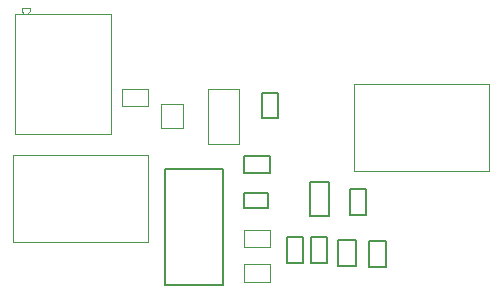
<source format=gbr>
G04*
G04 #@! TF.GenerationSoftware,Altium Limited,Altium Designer,25.8.1 (18)*
G04*
G04 Layer_Color=16711935*
%FSLAX25Y25*%
%MOIN*%
G70*
G04*
G04 #@! TF.SameCoordinates,42E29172-AB17-4D01-AB3A-1E57205C25AC*
G04*
G04*
G04 #@! TF.FilePolarity,Positive*
G04*
G01*
G75*
%ADD11C,0.00787*%
%ADD51C,0.00394*%
D11*
X53165Y52713D02*
X72693D01*
Y14209D02*
Y52713D01*
X53165Y14209D02*
X72693D01*
X53165D02*
Y52713D01*
X114909Y37593D02*
X120421D01*
Y46057D01*
X114909D02*
X120421D01*
X114909Y37593D02*
Y46057D01*
X99323Y21355D02*
Y30016D01*
X94008Y21355D02*
X99323D01*
X94008D02*
Y30016D01*
X99323D01*
X79643Y44832D02*
X87517D01*
Y39911D02*
Y44832D01*
X79643Y39911D02*
X87517D01*
X79643D02*
Y44832D01*
X102008Y21355D02*
Y30016D01*
X107323D01*
Y21355D02*
Y30016D01*
X102008Y21355D02*
X107323D01*
X127020Y20273D02*
Y28935D01*
X121311Y20273D02*
X127020D01*
X121311D02*
Y28935D01*
X127020D01*
X79739Y57081D02*
X88203D01*
Y51569D02*
Y57081D01*
X79739Y51569D02*
X88203D01*
X79739D02*
Y57081D01*
X90967Y69833D02*
Y78297D01*
X85455Y69833D02*
X90967D01*
X85455D02*
Y78297D01*
X90967D01*
X101467Y37190D02*
Y48608D01*
Y37190D02*
X107864D01*
Y48608D01*
X101467D02*
X107864D01*
X111086Y29032D02*
X116794D01*
X111086Y20370D02*
Y29032D01*
Y20370D02*
X116794D01*
Y29032D01*
D51*
X161386Y52179D02*
Y81313D01*
X116110D02*
X161386D01*
X116110Y52179D02*
Y81313D01*
Y52179D02*
X161386D01*
X7696Y104832D02*
X8287Y105533D01*
X7696Y104325D02*
Y104832D01*
X8287Y105534D02*
Y106569D01*
X8286Y106569D02*
X8287Y106569D01*
X5476Y106569D02*
X8286D01*
X3220Y64325D02*
X35110D01*
X3220Y104325D02*
X35110D01*
X3220Y64325D02*
Y104325D01*
X35110Y64325D02*
Y104325D01*
X5476Y105534D02*
Y106569D01*
X6067Y104325D02*
Y104832D01*
X5476Y105533D02*
X6067Y104832D01*
X2448Y28439D02*
Y57573D01*
Y28439D02*
X47723D01*
Y57573D01*
X2448D02*
X47723D01*
X51925Y74387D02*
X59406D01*
X51925Y66650D02*
Y74387D01*
Y66650D02*
X59406D01*
Y74387D01*
X79640Y26868D02*
X88302D01*
X79640Y32576D02*
X88302D01*
Y26868D02*
Y32576D01*
X79640Y26868D02*
Y32576D01*
X79640Y15281D02*
X88302D01*
X79640Y20990D02*
X88302D01*
Y15281D02*
Y20990D01*
X79640Y15281D02*
Y20990D01*
X77808Y61270D02*
Y79380D01*
X67572Y61270D02*
Y79380D01*
Y61270D02*
X77808D01*
X67572Y79380D02*
X77808D01*
X38835Y73671D02*
X47496D01*
X38835Y79380D02*
X47496D01*
Y73671D02*
Y79380D01*
X38835Y73671D02*
Y79380D01*
M02*

</source>
